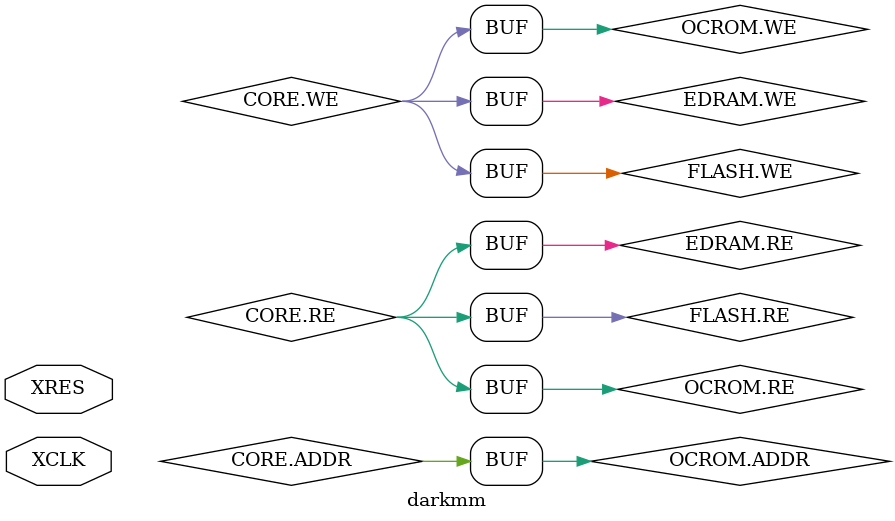
<source format=sv>
/*
 * Copyright (c) 2021, Joan Vinyals Ylla-Catala
 * All rights reserved.
 * 
 * Redistribution and use in source and binary forms, with or without
 * modification, are permitted provided that the following conditions are met:
 * 
 * * Redistributions of source code must retain the above copyright notice, this
 *   list of conditions and the following disclaimer.
 * 
 * * Redistributions in binary form must reproduce the above copyright notice,
 *   this list of conditions and the following disclaimer in the documentation
 *   and/or other materials provided with the distribution.
 * 
 * * Neither the name of the copyright holder nor the names of its
 *   contributors may be used to endorse or promote products derived from
 *   this software without specific prior written permission.
 * 
 * THIS SOFTWARE IS PROVIDED BY THE COPYRIGHT HOLDERS AND CONTRIBUTORS "AS IS"
 * AND ANY EXPRESS OR IMPLIED WARRANTIES, INCLUDING, BUT NOT LIMITED TO, THE
 * IMPLIED WARRANTIES OF MERCHANTABILITY AND FITNESS FOR A PARTICULAR PURPOSE ARE
 * DISCLAIMED. IN NO EVENT SHALL THE COPYRIGHT HOLDER OR CONTRIBUTORS BE LIABLE
 * FOR ANY DIRECT, INDIRECT, INCIDENTAL, SPECIAL, EXEMPLARY, OR CONSEQUENTIAL
 * DAMAGES (INCLUDING, BUT NOT LIMITED TO, PROCUREMENT OF SUBSTITUTE GOODS OR
 * SERVICES; LOSS OF USE, DATA, OR PROFITS; OR BUSINESS INTERRUPTION) HOWEVER
 * CAUSED AND ON ANY THEORY OF LIABILITY, WHETHER IN CONTRACT, STRICT LIABILITY,
 * OR TORT (INCLUDING NEGLIGENCE OR OTHERWISE) ARISING IN ANY WAY OUT OF THE USE
 * OF THIS SOFTWARE, EVEN IF ADVISED OF THE POSSIBILITY OF SUCH DAMAGE. 
 */

module darkmm
(
  input         XCLK,
  input         XRES,

  device_bus.cons CORE,

  device_bus.prov OCROM,
  device_bus.prov FLASH,
  device_bus.prov EDRAM
);

  assign OCROM.RE = CORE.RE;
  assign FLASH.RE = CORE.RE;
  assign EDRAM.RE = CORE.RE;
                
  assign OCROM.WE = CORE.WE;
  assign FLASH.WE = CORE.WE;
  assign EDRAM.WE = CORE.WE;
  
  assign  OCROM.EN = CORE.EN && CORE.ADDR >= 32'h0000_0000 && 32'h2000_0000 > CORE.ADDR;
  assign  FLASH.EN = CORE.EN && CORE.ADDR >= 32'h2000_0000 && 32'h4000_0000 > CORE.ADDR;
  assign  EDRAM.EN = CORE.EN && CORE.ADDR >= 32'h4000_0000 && 32'hFFFF_FFFF >= CORE.ADDR;
   
  assign  OCROM.ADDR = CORE.ADDR;
  assign  FLASH.ADDR = CORE.ADDR - 32'h2000_0000;
  assign  EDRAM.ADDR = CORE.ADDR - 32'h4000_0000;

  logic [31:0] CORE_DATA;
  
  assign CORE.DATA = CORE.RE ? CORE_DATA : 32'bZ;
                                
  assign CORE_DATA = OCROM.EN ? OCROM.DATA :
                     FLASH.EN ? FLASH.DATA :
                     EDRAM.EN ? EDRAM.DATA :
                                32'b0;
                                  
  assign CORE.RACK = OCROM.EN ? OCROM.RACK :
                     FLASH.EN ? FLASH.RACK :
                     EDRAM.EN ? EDRAM.RACK :
                                0;
                                
  assign CORE.WACK = OCROM.EN ? OCROM.WACK :
                     FLASH.EN ? FLASH.WACK :
                     EDRAM.EN ? EDRAM.WACK :
                                0;

  
  assign OCROM.DATA = OCROM.RE ? 32'bZ : CORE.DATA;
  assign FLASH.DATA = FLASH.RE ? 32'bZ : CORE.DATA;
  assign EDRAM.DATA = EDRAM.RE ? 32'bZ : CORE.DATA;

endmodule

</source>
